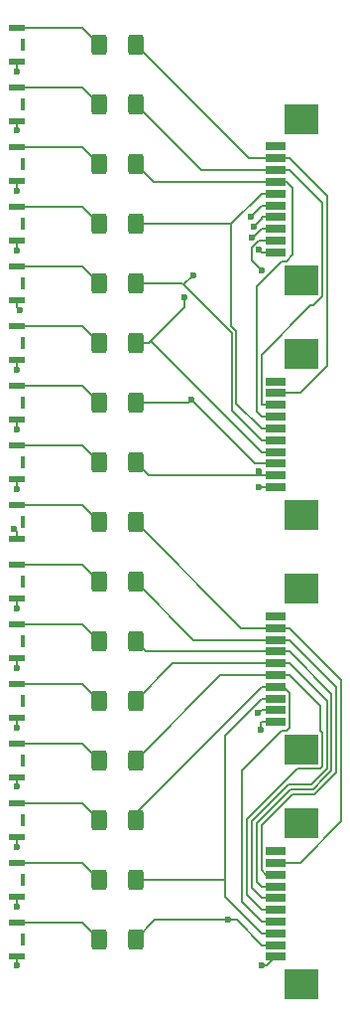
<source format=gbr>
%TF.GenerationSoftware,KiCad,Pcbnew,8.0.4-8.0.4-0~ubuntu22.04.1*%
%TF.CreationDate,2024-09-26T22:04:01+03:00*%
%TF.ProjectId,PM-LED16,504d2d4c-4544-4313-962e-6b696361645f,rev?*%
%TF.SameCoordinates,Original*%
%TF.FileFunction,Copper,L1,Top*%
%TF.FilePolarity,Positive*%
%FSLAX46Y46*%
G04 Gerber Fmt 4.6, Leading zero omitted, Abs format (unit mm)*
G04 Created by KiCad (PCBNEW 8.0.4-8.0.4-0~ubuntu22.04.1) date 2024-09-26 22:04:01*
%MOMM*%
%LPD*%
G01*
G04 APERTURE LIST*
G04 Aperture macros list*
%AMRoundRect*
0 Rectangle with rounded corners*
0 $1 Rounding radius*
0 $2 $3 $4 $5 $6 $7 $8 $9 X,Y pos of 4 corners*
0 Add a 4 corners polygon primitive as box body*
4,1,4,$2,$3,$4,$5,$6,$7,$8,$9,$2,$3,0*
0 Add four circle primitives for the rounded corners*
1,1,$1+$1,$2,$3*
1,1,$1+$1,$4,$5*
1,1,$1+$1,$6,$7*
1,1,$1+$1,$8,$9*
0 Add four rect primitives between the rounded corners*
20,1,$1+$1,$2,$3,$4,$5,0*
20,1,$1+$1,$4,$5,$6,$7,0*
20,1,$1+$1,$6,$7,$8,$9,0*
20,1,$1+$1,$8,$9,$2,$3,0*%
G04 Aperture macros list end*
%TA.AperFunction,SMDPad,CuDef*%
%ADD10R,1.410000X0.630000*%
%TD*%
%TA.AperFunction,SMDPad,CuDef*%
%ADD11R,0.430000X1.070000*%
%TD*%
%TA.AperFunction,SMDPad,CuDef*%
%ADD12RoundRect,0.250000X-0.400000X-0.625000X0.400000X-0.625000X0.400000X0.625000X-0.400000X0.625000X0*%
%TD*%
%TA.AperFunction,SMDPad,CuDef*%
%ADD13R,1.803400X0.635000*%
%TD*%
%TA.AperFunction,SMDPad,CuDef*%
%ADD14R,2.997200X2.590800*%
%TD*%
%TA.AperFunction,ViaPad*%
%ADD15C,0.600000*%
%TD*%
%TA.AperFunction,Conductor*%
%ADD16C,0.200000*%
%TD*%
G04 APERTURE END LIST*
D10*
%TO.P,D1,1*%
%TO.N,Net-(D1-Pad1)*%
X52131000Y-56200000D03*
%TO.P,D1,2*%
%TO.N,GND*%
X52131000Y-59040000D03*
D11*
%TO.P,D1,3*%
%TO.N,N/C*%
X52621000Y-57620000D03*
%TD*%
D12*
%TO.P,R8,1*%
%TO.N,Net-(D8-Pad1)*%
X59170000Y-93180000D03*
%TO.P,R8,2*%
%TO.N,Net-(J1-Pin_2)*%
X62270000Y-93180000D03*
%TD*%
%TO.P,R10,1*%
%TO.N,Net-(D10-Pad1)*%
X59170000Y-103340000D03*
%TO.P,R10,2*%
%TO.N,Net-(J2-Pin_8)*%
X62270000Y-103340000D03*
%TD*%
D13*
%TO.P,J4,1,Pin_1*%
%TO.N,GND*%
X74244000Y-135299991D03*
%TO.P,J4,2,Pin_2*%
%TO.N,Net-(J2-Pin_2)*%
X74244000Y-134299993D03*
%TO.P,J4,3,Pin_3*%
%TO.N,Net-(J2-Pin_3)*%
X74244000Y-133299995D03*
%TO.P,J4,4,Pin_4*%
%TO.N,Net-(J2-Pin_4)*%
X74244000Y-132299997D03*
%TO.P,J4,5,Pin_5*%
%TO.N,Net-(J2-Pin_5)*%
X74244000Y-131299999D03*
%TO.P,J4,6,Pin_6*%
%TO.N,Net-(J2-Pin_6)*%
X74244000Y-130300001D03*
%TO.P,J4,7,Pin_7*%
%TO.N,Net-(J2-Pin_7)*%
X74244000Y-129300003D03*
%TO.P,J4,8,Pin_8*%
%TO.N,Net-(J2-Pin_8)*%
X74244000Y-128300005D03*
%TO.P,J4,9,Pin_9*%
%TO.N,Net-(J2-Pin_9)*%
X74244000Y-127300007D03*
%TO.P,J4,10,Pin_10*%
%TO.N,unconnected-(J4-Pin_10-Pad10)*%
X74244000Y-126300009D03*
D14*
%TO.P,J4,11*%
%TO.N,N/C*%
X76414001Y-137650002D03*
%TO.P,J4,12*%
X76414001Y-123949998D03*
%TD*%
D13*
%TO.P,J1,1,Pin_1*%
%TO.N,GND*%
X74244000Y-95299991D03*
%TO.P,J1,2,Pin_2*%
%TO.N,Net-(J1-Pin_2)*%
X74244000Y-94299993D03*
%TO.P,J1,3,Pin_3*%
%TO.N,Net-(J1-Pin_3)*%
X74244000Y-93299995D03*
%TO.P,J1,4,Pin_4*%
%TO.N,Net-(J1-Pin_4)*%
X74244000Y-92299997D03*
%TO.P,J1,5,Pin_5*%
%TO.N,Net-(J1-Pin_5)*%
X74244000Y-91299999D03*
%TO.P,J1,6,Pin_6*%
%TO.N,Net-(J1-Pin_6)*%
X74244000Y-90300001D03*
%TO.P,J1,7,Pin_7*%
%TO.N,Net-(J1-Pin_7)*%
X74244000Y-89300003D03*
%TO.P,J1,8,Pin_8*%
%TO.N,Net-(J1-Pin_8)*%
X74244000Y-88300005D03*
%TO.P,J1,9,Pin_9*%
%TO.N,Net-(J1-Pin_9)*%
X74244000Y-87300007D03*
%TO.P,J1,10,Pin_10*%
%TO.N,unconnected-(J1-Pin_10-Pad10)*%
X74244000Y-86300009D03*
D14*
%TO.P,J1,11*%
%TO.N,N/C*%
X76414001Y-97650002D03*
%TO.P,J1,12*%
X76414001Y-83949998D03*
%TD*%
D10*
%TO.P,D11,1*%
%TO.N,Net-(D11-Pad1)*%
X52131000Y-107000000D03*
%TO.P,D11,2*%
%TO.N,GND*%
X52131000Y-109840000D03*
D11*
%TO.P,D11,3*%
%TO.N,N/C*%
X52621000Y-108420000D03*
%TD*%
D12*
%TO.P,R1,1*%
%TO.N,Net-(D1-Pad1)*%
X59170000Y-57620000D03*
%TO.P,R1,2*%
%TO.N,Net-(J1-Pin_9)*%
X62270000Y-57620000D03*
%TD*%
D10*
%TO.P,D5,1*%
%TO.N,Net-(D5-Pad1)*%
X52131000Y-76520000D03*
%TO.P,D5,2*%
%TO.N,GND*%
X52131000Y-79360000D03*
D11*
%TO.P,D5,3*%
%TO.N,N/C*%
X52621000Y-77940000D03*
%TD*%
D10*
%TO.P,D14,1*%
%TO.N,Net-(D14-Pad1)*%
X52131000Y-122240000D03*
%TO.P,D14,2*%
%TO.N,GND*%
X52131000Y-125080000D03*
D11*
%TO.P,D14,3*%
%TO.N,N/C*%
X52621000Y-123660000D03*
%TD*%
D12*
%TO.P,R3,1*%
%TO.N,Net-(D3-Pad1)*%
X59170000Y-67780000D03*
%TO.P,R3,2*%
%TO.N,Net-(J1-Pin_7)*%
X62270000Y-67780000D03*
%TD*%
%TO.P,R13,1*%
%TO.N,Net-(D13-Pad1)*%
X59170000Y-118580000D03*
%TO.P,R13,2*%
%TO.N,Net-(J2-Pin_5)*%
X62270000Y-118580000D03*
%TD*%
%TO.P,R7,1*%
%TO.N,Net-(D7-Pad1)*%
X59170000Y-88100000D03*
%TO.P,R7,2*%
%TO.N,Net-(J1-Pin_3)*%
X62270000Y-88100000D03*
%TD*%
D10*
%TO.P,D10,1*%
%TO.N,Net-(D10-Pad1)*%
X52131000Y-101920000D03*
%TO.P,D10,2*%
%TO.N,GND*%
X52131000Y-104760000D03*
D11*
%TO.P,D10,3*%
%TO.N,N/C*%
X52621000Y-103340000D03*
%TD*%
D12*
%TO.P,R6,1*%
%TO.N,Net-(D6-Pad1)*%
X59170000Y-83020000D03*
%TO.P,R6,2*%
%TO.N,Net-(J1-Pin_4)*%
X62270000Y-83020000D03*
%TD*%
D13*
%TO.P,J2,1,Pin_1*%
%TO.N,GND*%
X74244000Y-115299991D03*
%TO.P,J2,2,Pin_2*%
%TO.N,Net-(J2-Pin_2)*%
X74244000Y-114299993D03*
%TO.P,J2,3,Pin_3*%
%TO.N,Net-(J2-Pin_3)*%
X74244000Y-113299995D03*
%TO.P,J2,4,Pin_4*%
%TO.N,Net-(J2-Pin_4)*%
X74244000Y-112299997D03*
%TO.P,J2,5,Pin_5*%
%TO.N,Net-(J2-Pin_5)*%
X74244000Y-111299999D03*
%TO.P,J2,6,Pin_6*%
%TO.N,Net-(J2-Pin_6)*%
X74244000Y-110300001D03*
%TO.P,J2,7,Pin_7*%
%TO.N,Net-(J2-Pin_7)*%
X74244000Y-109300003D03*
%TO.P,J2,8,Pin_8*%
%TO.N,Net-(J2-Pin_8)*%
X74244000Y-108300005D03*
%TO.P,J2,9,Pin_9*%
%TO.N,Net-(J2-Pin_9)*%
X74244000Y-107300007D03*
%TO.P,J2,10,Pin_10*%
%TO.N,unconnected-(J2-Pin_10-Pad10)*%
X74244000Y-106300009D03*
D14*
%TO.P,J2,11*%
%TO.N,N/C*%
X76414001Y-117650002D03*
%TO.P,J2,12*%
X76414001Y-103949998D03*
%TD*%
D12*
%TO.P,R5,1*%
%TO.N,Net-(D5-Pad1)*%
X59170000Y-77940000D03*
%TO.P,R5,2*%
%TO.N,Net-(J1-Pin_5)*%
X62270000Y-77940000D03*
%TD*%
%TO.P,R12,1*%
%TO.N,Net-(D12-Pad1)*%
X59170000Y-113500000D03*
%TO.P,R12,2*%
%TO.N,Net-(J2-Pin_6)*%
X62270000Y-113500000D03*
%TD*%
D10*
%TO.P,D9,1*%
%TO.N,Net-(D9-Pad1)*%
X52131000Y-96840000D03*
%TO.P,D9,2*%
%TO.N,GND*%
X52131000Y-99680000D03*
D11*
%TO.P,D9,3*%
%TO.N,N/C*%
X52621000Y-98260000D03*
%TD*%
D10*
%TO.P,D6,1*%
%TO.N,Net-(D6-Pad1)*%
X52131000Y-81600000D03*
%TO.P,D6,2*%
%TO.N,GND*%
X52131000Y-84440000D03*
D11*
%TO.P,D6,3*%
%TO.N,N/C*%
X52621000Y-83020000D03*
%TD*%
D12*
%TO.P,R2,1*%
%TO.N,Net-(D2-Pad1)*%
X59170000Y-62700000D03*
%TO.P,R2,2*%
%TO.N,Net-(J1-Pin_8)*%
X62270000Y-62700000D03*
%TD*%
D10*
%TO.P,D2,1*%
%TO.N,Net-(D2-Pad1)*%
X52131000Y-61280000D03*
%TO.P,D2,2*%
%TO.N,GND*%
X52131000Y-64120000D03*
D11*
%TO.P,D2,3*%
%TO.N,N/C*%
X52621000Y-62700000D03*
%TD*%
D12*
%TO.P,R4,1*%
%TO.N,Net-(D4-Pad1)*%
X59170000Y-72860000D03*
%TO.P,R4,2*%
%TO.N,Net-(J1-Pin_6)*%
X62270000Y-72860000D03*
%TD*%
D10*
%TO.P,D7,1*%
%TO.N,Net-(D7-Pad1)*%
X52131000Y-86680000D03*
%TO.P,D7,2*%
%TO.N,GND*%
X52131000Y-89520000D03*
D11*
%TO.P,D7,3*%
%TO.N,N/C*%
X52621000Y-88100000D03*
%TD*%
D10*
%TO.P,D13,1*%
%TO.N,Net-(D13-Pad1)*%
X52131000Y-117160000D03*
%TO.P,D13,2*%
%TO.N,GND*%
X52131000Y-120000000D03*
D11*
%TO.P,D13,3*%
%TO.N,N/C*%
X52621000Y-118580000D03*
%TD*%
D10*
%TO.P,D15,1*%
%TO.N,Net-(D15-Pad1)*%
X52131000Y-127320000D03*
%TO.P,D15,2*%
%TO.N,GND*%
X52131000Y-130160000D03*
D11*
%TO.P,D15,3*%
%TO.N,N/C*%
X52621000Y-128740000D03*
%TD*%
D12*
%TO.P,R11,1*%
%TO.N,Net-(D11-Pad1)*%
X59170000Y-108420000D03*
%TO.P,R11,2*%
%TO.N,Net-(J2-Pin_7)*%
X62270000Y-108420000D03*
%TD*%
%TO.P,R14,1*%
%TO.N,Net-(D14-Pad1)*%
X59170000Y-123660000D03*
%TO.P,R14,2*%
%TO.N,Net-(J2-Pin_4)*%
X62270000Y-123660000D03*
%TD*%
D10*
%TO.P,D12,1*%
%TO.N,Net-(D12-Pad1)*%
X52131000Y-112080000D03*
%TO.P,D12,2*%
%TO.N,GND*%
X52131000Y-114920000D03*
D11*
%TO.P,D12,3*%
%TO.N,N/C*%
X52621000Y-113500000D03*
%TD*%
D10*
%TO.P,D8,1*%
%TO.N,Net-(D8-Pad1)*%
X52131000Y-91760000D03*
%TO.P,D8,2*%
%TO.N,GND*%
X52131000Y-94600000D03*
D11*
%TO.P,D8,3*%
%TO.N,N/C*%
X52621000Y-93180000D03*
%TD*%
D12*
%TO.P,R16,1*%
%TO.N,Net-(D16-Pad1)*%
X59170000Y-133820000D03*
%TO.P,R16,2*%
%TO.N,Net-(J2-Pin_2)*%
X62270000Y-133820000D03*
%TD*%
D10*
%TO.P,D16,1*%
%TO.N,Net-(D16-Pad1)*%
X52131000Y-132400000D03*
%TO.P,D16,2*%
%TO.N,GND*%
X52131000Y-135240000D03*
D11*
%TO.P,D16,3*%
%TO.N,N/C*%
X52621000Y-133820000D03*
%TD*%
D10*
%TO.P,D4,1*%
%TO.N,Net-(D4-Pad1)*%
X52131000Y-71440000D03*
%TO.P,D4,2*%
%TO.N,GND*%
X52131000Y-74280000D03*
D11*
%TO.P,D4,3*%
%TO.N,N/C*%
X52621000Y-72860000D03*
%TD*%
D12*
%TO.P,R15,1*%
%TO.N,Net-(D15-Pad1)*%
X59170000Y-128740000D03*
%TO.P,R15,2*%
%TO.N,Net-(J2-Pin_3)*%
X62270000Y-128740000D03*
%TD*%
D10*
%TO.P,D3,1*%
%TO.N,Net-(D3-Pad1)*%
X52131000Y-66360000D03*
%TO.P,D3,2*%
%TO.N,GND*%
X52131000Y-69200000D03*
D11*
%TO.P,D3,3*%
%TO.N,N/C*%
X52621000Y-67780000D03*
%TD*%
D13*
%TO.P,J3,1,Pin_1*%
%TO.N,GND*%
X74244000Y-75299991D03*
%TO.P,J3,2,Pin_2*%
%TO.N,Net-(J1-Pin_2)*%
X74244000Y-74299993D03*
%TO.P,J3,3,Pin_3*%
%TO.N,Net-(J1-Pin_3)*%
X74244000Y-73299995D03*
%TO.P,J3,4,Pin_4*%
%TO.N,Net-(J1-Pin_4)*%
X74244000Y-72299997D03*
%TO.P,J3,5,Pin_5*%
%TO.N,Net-(J1-Pin_5)*%
X74244000Y-71299999D03*
%TO.P,J3,6,Pin_6*%
%TO.N,Net-(J1-Pin_6)*%
X74244000Y-70300001D03*
%TO.P,J3,7,Pin_7*%
%TO.N,Net-(J1-Pin_7)*%
X74244000Y-69300003D03*
%TO.P,J3,8,Pin_8*%
%TO.N,Net-(J1-Pin_8)*%
X74244000Y-68300005D03*
%TO.P,J3,9,Pin_9*%
%TO.N,Net-(J1-Pin_9)*%
X74244000Y-67300007D03*
%TO.P,J3,10,Pin_10*%
%TO.N,unconnected-(J3-Pin_10-Pad10)*%
X74244000Y-66300009D03*
D14*
%TO.P,J3,11*%
%TO.N,N/C*%
X76414001Y-77650002D03*
%TO.P,J3,12*%
X76414001Y-63949998D03*
%TD*%
D12*
%TO.P,R9,1*%
%TO.N,Net-(D9-Pad1)*%
X59170000Y-98260000D03*
%TO.P,R9,2*%
%TO.N,Net-(J2-Pin_9)*%
X62270000Y-98260000D03*
%TD*%
D15*
%TO.N,GND*%
X51894500Y-98826800D03*
X52390400Y-80193700D03*
X72940800Y-115939300D03*
X52131000Y-110680000D03*
X52131000Y-64942100D03*
X52131000Y-131000000D03*
X52131000Y-95441000D03*
X52131000Y-90360000D03*
X52131000Y-75120000D03*
X52131000Y-70040000D03*
X52131000Y-115757900D03*
X72789600Y-95267300D03*
X72840500Y-75099900D03*
X52131000Y-105598600D03*
X52131000Y-125920000D03*
X52131000Y-85284300D03*
X52131000Y-120823500D03*
X73040600Y-136051900D03*
X52131000Y-59876800D03*
X52131000Y-136060500D03*
%TO.N,Net-(J1-Pin_3)*%
X67036600Y-87827600D03*
X72186500Y-74022400D03*
%TO.N,Net-(J1-Pin_4)*%
X66460000Y-79152700D03*
X72391100Y-73095500D03*
%TO.N,Net-(J1-Pin_2)*%
X72803100Y-93926700D03*
X73087900Y-76874900D03*
%TO.N,Net-(J1-Pin_5)*%
X67184400Y-77234500D03*
X72116900Y-72253500D03*
%TO.N,Net-(J2-Pin_2)*%
X70155700Y-132145100D03*
X72704200Y-114541800D03*
%TD*%
D16*
%TO.N,GND*%
X74244000Y-135300000D02*
X73492100Y-136051900D01*
X73492100Y-136051900D02*
X73040600Y-136051900D01*
%TO.N,Net-(J2-Pin_8)*%
X74244000Y-128300000D02*
X74244000Y-128300005D01*
X74244000Y-128300005D02*
X73424798Y-128300005D01*
X73424798Y-128300005D02*
X73040600Y-127915807D01*
X67230000Y-108300000D02*
X62270000Y-103340000D01*
X73040600Y-127915807D02*
X73040600Y-124092900D01*
X77593700Y-121425900D02*
X79431800Y-119587800D01*
X73040600Y-124092900D02*
X75707600Y-121425900D01*
X79431800Y-119587800D02*
X79431800Y-112284400D01*
X75707600Y-121425900D02*
X77593700Y-121425900D01*
X79431800Y-112284400D02*
X75447400Y-108300000D01*
X75447400Y-108300000D02*
X67230000Y-108300000D01*
%TO.N,Net-(J1-Pin_7)*%
X62270000Y-67780000D02*
X63794000Y-69304000D01*
X63794000Y-69304000D02*
X75198000Y-69304000D01*
X75152100Y-76052900D02*
X74790400Y-76052900D01*
X75198000Y-69304000D02*
X75706000Y-69812000D01*
X75706000Y-69812000D02*
X75706000Y-75499000D01*
X75706000Y-75499000D02*
X75152100Y-76052900D01*
X73040600Y-89300000D02*
X74244000Y-89300000D01*
X74790400Y-76052900D02*
X72638900Y-78204400D01*
X72638900Y-78204400D02*
X72638900Y-88898300D01*
X72638900Y-88898300D02*
X73040600Y-89300000D01*
%TO.N,Net-(J2-Pin_4)*%
X62270000Y-123660000D02*
X62270000Y-123070600D01*
X74947400Y-112300000D02*
X75447400Y-112800000D01*
X62270000Y-123070600D02*
X73040600Y-112300000D01*
X73040600Y-112300000D02*
X74947400Y-112300000D01*
X71388400Y-130647800D02*
X73040600Y-132300000D01*
X75447400Y-112800000D02*
X75447400Y-115806600D01*
X75447400Y-115806600D02*
X75201100Y-116052900D01*
X74790400Y-116052900D02*
X71388400Y-119454900D01*
X75201100Y-116052900D02*
X74790400Y-116052900D01*
X71388400Y-119454900D02*
X71388400Y-130647800D01*
X73040600Y-132300000D02*
X74244000Y-132300000D01*
%TO.N,Net-(D1-Pad1)*%
X52131000Y-56200000D02*
X57750000Y-56200000D01*
X57750000Y-56200000D02*
X59170000Y-57620000D01*
%TO.N,GND*%
X52131000Y-64120000D02*
X52131000Y-64942100D01*
X52131000Y-105598600D02*
X52131000Y-104760000D01*
X72789600Y-95267300D02*
X73007900Y-95267300D01*
X52131000Y-79360000D02*
X52131000Y-79976700D01*
X52131000Y-120000000D02*
X52131000Y-120823500D01*
X52131000Y-136060500D02*
X52131000Y-135240000D01*
X74244000Y-115300000D02*
X73040600Y-115300000D01*
X52131000Y-75120000D02*
X52131000Y-74280000D01*
X73007900Y-95267300D02*
X73040600Y-95300000D01*
X74244000Y-75300000D02*
X73040600Y-75300000D01*
X52131000Y-70040000D02*
X52131000Y-69200000D01*
X51894500Y-98826800D02*
X52131000Y-99063300D01*
X52131000Y-59876800D02*
X52131000Y-59040000D01*
X73040600Y-75300000D02*
X72840500Y-75099900D01*
X72940800Y-115399800D02*
X73040600Y-115300000D01*
X72940800Y-115939300D02*
X72940800Y-115399800D01*
X52131000Y-99680000D02*
X52131000Y-99063300D01*
X52131000Y-131000000D02*
X52131000Y-130160000D01*
X52131000Y-110680000D02*
X52131000Y-109840000D01*
X52390400Y-80193700D02*
X52173400Y-79976700D01*
X52131000Y-115757900D02*
X52131000Y-114920000D01*
X52131000Y-84440000D02*
X52131000Y-85284300D01*
X74244000Y-95300000D02*
X73040600Y-95300000D01*
X52131000Y-125920000D02*
X52131000Y-125080000D01*
X52131000Y-95441000D02*
X52131000Y-94600000D01*
X52173400Y-79976700D02*
X52131000Y-79976700D01*
X52131000Y-90360000D02*
X52131000Y-89520000D01*
%TO.N,Net-(D2-Pad1)*%
X57750000Y-61280000D02*
X59170000Y-62700000D01*
X52131000Y-61280000D02*
X57750000Y-61280000D01*
%TO.N,Net-(D3-Pad1)*%
X57750000Y-66360000D02*
X59170000Y-67780000D01*
X52131000Y-66360000D02*
X57750000Y-66360000D01*
%TO.N,Net-(D4-Pad1)*%
X57750000Y-71440000D02*
X59170000Y-72860000D01*
X52131000Y-71440000D02*
X57750000Y-71440000D01*
%TO.N,Net-(D5-Pad1)*%
X57750000Y-76520000D02*
X59170000Y-77940000D01*
X52131000Y-76520000D02*
X57750000Y-76520000D01*
%TO.N,Net-(D6-Pad1)*%
X52131000Y-81600000D02*
X57750000Y-81600000D01*
X57750000Y-81600000D02*
X59170000Y-83020000D01*
%TO.N,Net-(D7-Pad1)*%
X52131000Y-86680000D02*
X57750000Y-86680000D01*
X57750000Y-86680000D02*
X59170000Y-88100000D01*
%TO.N,Net-(D8-Pad1)*%
X57750000Y-91760000D02*
X59170000Y-93180000D01*
X52131000Y-91760000D02*
X57750000Y-91760000D01*
%TO.N,Net-(D9-Pad1)*%
X52131000Y-96840000D02*
X57750000Y-96840000D01*
X57750000Y-96840000D02*
X59170000Y-98260000D01*
%TO.N,Net-(D10-Pad1)*%
X57750000Y-101920000D02*
X59170000Y-103340000D01*
X52131000Y-101920000D02*
X57750000Y-101920000D01*
%TO.N,Net-(D11-Pad1)*%
X57750000Y-107000000D02*
X59170000Y-108420000D01*
X52131000Y-107000000D02*
X57750000Y-107000000D01*
%TO.N,Net-(D12-Pad1)*%
X52131000Y-112080000D02*
X57750000Y-112080000D01*
X57750000Y-112080000D02*
X59170000Y-113500000D01*
%TO.N,Net-(D13-Pad1)*%
X52131000Y-117160000D02*
X57750000Y-117160000D01*
X57750000Y-117160000D02*
X59170000Y-118580000D01*
%TO.N,Net-(D14-Pad1)*%
X57750000Y-122240000D02*
X59170000Y-123660000D01*
X52131000Y-122240000D02*
X57750000Y-122240000D01*
%TO.N,Net-(D15-Pad1)*%
X57750000Y-127320000D02*
X59170000Y-128740000D01*
X52131000Y-127320000D02*
X57750000Y-127320000D01*
%TO.N,Net-(D16-Pad1)*%
X52131000Y-132400000D02*
X57750000Y-132400000D01*
X57750000Y-132400000D02*
X59170000Y-133820000D01*
%TO.N,Net-(J1-Pin_6)*%
X74244000Y-70300000D02*
X73040600Y-70300000D01*
X70896700Y-88156100D02*
X73040600Y-90300000D01*
X62270000Y-72860000D02*
X70480600Y-72860000D01*
X70480600Y-72860000D02*
X73040600Y-70300000D01*
X70480600Y-81614800D02*
X70896700Y-82030900D01*
X70896700Y-82030900D02*
X70896700Y-88156100D01*
X70480600Y-72860000D02*
X70480600Y-81614800D01*
X74244000Y-90300000D02*
X73040600Y-90300000D01*
%TO.N,Net-(J1-Pin_9)*%
X62270000Y-57620000D02*
X71950000Y-67300000D01*
X78661000Y-84965000D02*
X76326000Y-87300000D01*
X76326000Y-87300000D02*
X74244000Y-87300000D01*
X71950000Y-67300000D02*
X74244000Y-67300000D01*
X78661000Y-70513600D02*
X78661000Y-84965000D01*
X75447400Y-67300000D02*
X78661000Y-70513600D01*
X74244000Y-67300000D02*
X75447400Y-67300000D01*
%TO.N,Net-(J1-Pin_3)*%
X74244000Y-73300000D02*
X73037700Y-73300000D01*
X72315300Y-74022400D02*
X72186500Y-74022400D01*
X67036600Y-87827600D02*
X72509000Y-93300000D01*
X62270000Y-88100000D02*
X66764200Y-88100000D01*
X72509000Y-93300000D02*
X74244000Y-93300000D01*
X66764200Y-88100000D02*
X67036600Y-87827600D01*
X73037700Y-73300000D02*
X72315300Y-74022400D01*
%TO.N,Net-(J1-Pin_4)*%
X63595900Y-82855300D02*
X63431200Y-83020000D01*
X63595900Y-82855300D02*
X73040600Y-92300000D01*
X73040600Y-72446000D02*
X72391100Y-73095500D01*
X74244000Y-92300000D02*
X73040600Y-92300000D01*
X66460000Y-79991200D02*
X63595900Y-82855300D01*
X74244000Y-72300000D02*
X73040600Y-72300000D01*
X63431200Y-83020000D02*
X62270000Y-83020000D01*
X73040600Y-72300000D02*
X73040600Y-72446000D01*
X66460000Y-79152700D02*
X66460000Y-79991200D01*
%TO.N,Net-(J1-Pin_2)*%
X63390000Y-94300000D02*
X73040600Y-94300000D01*
X73040600Y-94300000D02*
X72803100Y-94062500D01*
X74244000Y-74300000D02*
X72769300Y-74300000D01*
X74244000Y-94300000D02*
X73040600Y-94300000D01*
X62270000Y-93180000D02*
X63390000Y-94300000D01*
X72769300Y-74300000D02*
X72190900Y-74878400D01*
X72803100Y-94062500D02*
X72803100Y-93926700D01*
X72190900Y-74878400D02*
X72190900Y-75977900D01*
X72190900Y-75977900D02*
X73087900Y-76874900D01*
%TO.N,Net-(J1-Pin_5)*%
X62270000Y-77940000D02*
X66220500Y-77940000D01*
X66220500Y-77940000D02*
X66349700Y-78069200D01*
X66349700Y-78069200D02*
X70495000Y-82214500D01*
X70495000Y-88754400D02*
X73040600Y-91300000D01*
X73040600Y-71329800D02*
X72116900Y-72253500D01*
X74244000Y-71300000D02*
X73040600Y-71300000D01*
X66349700Y-78069200D02*
X67184400Y-77234500D01*
X73040600Y-71300000D02*
X73040600Y-71329800D01*
X74244000Y-91300000D02*
X73040600Y-91300000D01*
X70495000Y-82214500D02*
X70495000Y-88754400D01*
%TO.N,Net-(J1-Pin_8)*%
X74244000Y-68300000D02*
X75447400Y-68300000D01*
X62270000Y-62700000D02*
X67870000Y-68300000D01*
X77229500Y-79850500D02*
X73040600Y-84039400D01*
X77439500Y-79850500D02*
X77229500Y-79850500D01*
X74244000Y-88300000D02*
X73040600Y-88300000D01*
X67870000Y-68300000D02*
X74244000Y-68300000D01*
X75447400Y-68300000D02*
X78241300Y-71093900D01*
X78241300Y-79048700D02*
X77439500Y-79850500D01*
X78241300Y-71093900D02*
X78241300Y-79048700D01*
X73040600Y-84039400D02*
X73040600Y-88300000D01*
%TO.N,Net-(J2-Pin_5)*%
X71793100Y-123590500D02*
X71793100Y-130052500D01*
X78037600Y-119247100D02*
X76136500Y-119247100D01*
X74244000Y-131300000D02*
X73040600Y-131300000D01*
X78214300Y-116229600D02*
X78214300Y-119070400D01*
X75447400Y-111300000D02*
X78037500Y-113890100D01*
X71793100Y-130052500D02*
X73040600Y-131300000D01*
X69550000Y-111300000D02*
X74244000Y-111300000D01*
X78037600Y-116052900D02*
X78214300Y-116229600D01*
X78214300Y-119070400D02*
X78037600Y-119247100D01*
X74244000Y-111300000D02*
X75447400Y-111300000D01*
X78037500Y-116052900D02*
X78037600Y-116052900D01*
X76136500Y-119247100D02*
X71793100Y-123590500D01*
X62270000Y-118580000D02*
X69550000Y-111300000D01*
X78037500Y-113890100D02*
X78037500Y-116052900D01*
%TO.N,Net-(J2-Pin_2)*%
X70155700Y-132174100D02*
X63915900Y-132174100D01*
X70914700Y-132174100D02*
X70155700Y-132174100D01*
X72798800Y-114541800D02*
X73040600Y-114300000D01*
X73040600Y-134300000D02*
X70914700Y-132174100D01*
X74244000Y-134300000D02*
X73040600Y-134300000D01*
X74244000Y-114300000D02*
X73040600Y-114300000D01*
X70155700Y-132174100D02*
X70155700Y-132145100D01*
X63915900Y-132174100D02*
X62270000Y-133820000D01*
X72704200Y-114541800D02*
X72798800Y-114541800D01*
%TO.N,Net-(J2-Pin_6)*%
X72197800Y-123753900D02*
X72197800Y-129457200D01*
X62270000Y-113500000D02*
X65470000Y-110300000D01*
X77259000Y-120622500D02*
X75329200Y-120622500D01*
X75329200Y-120622500D02*
X72197800Y-123753900D01*
X65470000Y-110300000D02*
X74244000Y-110300000D01*
X75447400Y-110300000D02*
X78628300Y-113480900D01*
X72197800Y-129457200D02*
X73040600Y-130300000D01*
X74244000Y-110300000D02*
X75447400Y-110300000D01*
X78628300Y-119253200D02*
X77259000Y-120622500D01*
X74244000Y-130300000D02*
X73040600Y-130300000D01*
X78628300Y-113480900D02*
X78628300Y-119253200D01*
%TO.N,Net-(J2-Pin_3)*%
X73040600Y-133300000D02*
X69896600Y-130156000D01*
X69896600Y-128740000D02*
X69896600Y-116444000D01*
X74244000Y-113300000D02*
X73040600Y-113300000D01*
X74244000Y-133300000D02*
X73040600Y-133300000D01*
X69896600Y-128740000D02*
X62270000Y-128740000D01*
X69896600Y-116444000D02*
X73040600Y-113300000D01*
X69896600Y-130156000D02*
X69896600Y-128740000D01*
%TO.N,Net-(J2-Pin_7)*%
X72638900Y-123887000D02*
X72638900Y-128898300D01*
X75447400Y-109300000D02*
X79030000Y-112882600D01*
X62270000Y-108420000D02*
X63150000Y-109300000D01*
X79016200Y-119433300D02*
X79016200Y-119435400D01*
X77425300Y-121024200D02*
X75501700Y-121024200D01*
X72638900Y-128898300D02*
X73040600Y-129300000D01*
X74244000Y-129300000D02*
X73040600Y-129300000D01*
X63150000Y-109300000D02*
X74244000Y-109300000D01*
X79016200Y-119435400D02*
X78402600Y-120049000D01*
X78400500Y-120049000D02*
X77425300Y-121024200D01*
X78402600Y-120049000D02*
X78400500Y-120049000D01*
X75501700Y-121024200D02*
X72638900Y-123887000D01*
X79030000Y-112882600D02*
X79030000Y-119419500D01*
X79030000Y-119419500D02*
X79016200Y-119433300D01*
X74244000Y-109300000D02*
X75447400Y-109300000D01*
%TO.N,Net-(J2-Pin_9)*%
X79836700Y-123789300D02*
X76326000Y-127300000D01*
X79836700Y-111689300D02*
X79836700Y-123789300D01*
X71310000Y-107300000D02*
X74244000Y-107300000D01*
X74244000Y-107300000D02*
X75447400Y-107300000D01*
X76326000Y-127300000D02*
X74244000Y-127300000D01*
X75447400Y-107300000D02*
X79836700Y-111689300D01*
X62270000Y-98260000D02*
X71310000Y-107300000D01*
%TD*%
M02*

</source>
